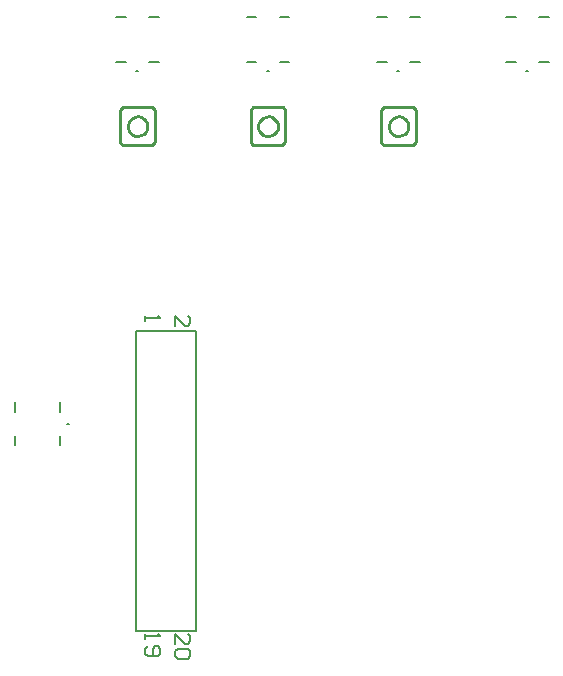
<source format=gto>
G04*
G04 #@! TF.GenerationSoftware,Altium Limited,Altium Designer,20.1.7 (139)*
G04*
G04 Layer_Color=65535*
%FSLAX25Y25*%
%MOIN*%
G70*
G04*
G04 #@! TF.SameCoordinates,B477E5EB-4298-4D0D-9682-CB7A6047EE2C*
G04*
G04*
G04 #@! TF.FilePolarity,Positive*
G04*
G01*
G75*
%ADD10C,0.00787*%
%ADD11C,0.01000*%
%ADD12C,0.00800*%
D10*
X784276Y518185D02*
X783488D01*
X784276D01*
X697276D02*
X696488D01*
X697276D01*
X827276D02*
X826488D01*
X827276D01*
X740776D02*
X739988D01*
X740776D01*
X674209Y400382D02*
X673421D01*
X674209D01*
X787937Y535980D02*
X791087D01*
X776913D02*
X780063D01*
X787937Y520980D02*
X791087D01*
X776913D02*
X780063D01*
X700937Y535980D02*
X704087D01*
X689913D02*
X693063D01*
X700937Y520980D02*
X704087D01*
X689913D02*
X693063D01*
X830937Y535980D02*
X834087D01*
X819913D02*
X823063D01*
X830937Y520980D02*
X834087D01*
X819913D02*
X823063D01*
X744437Y535980D02*
X747587D01*
X733413D02*
X736563D01*
X744437Y520980D02*
X747587D01*
X733413D02*
X736563D01*
X656020Y404437D02*
Y407587D01*
Y393413D02*
Y396563D01*
X671020Y404437D02*
Y407587D01*
Y393413D02*
Y396563D01*
X696500Y331500D02*
X716500D01*
X696500Y424000D02*
Y431500D01*
X716500D01*
Y424000D02*
Y431500D01*
Y331500D02*
Y424000D01*
X696500Y331500D02*
Y424000D01*
D11*
X787307Y499650D02*
X787160Y500623D01*
X786734Y501509D01*
X786065Y502230D01*
X785213Y502722D01*
X784254Y502941D01*
X783273Y502867D01*
X782357Y502508D01*
X781588Y501895D01*
X781034Y501082D01*
X780744Y500142D01*
Y499158D01*
X781034Y498218D01*
X781588Y497405D01*
X782357Y496792D01*
X783273Y496433D01*
X784254Y496359D01*
X785213Y496578D01*
X786065Y497070D01*
X786734Y497791D01*
X787160Y498677D01*
X787307Y499650D01*
X700307D02*
X700161Y500623D01*
X699734Y501509D01*
X699065Y502230D01*
X698213Y502722D01*
X697254Y502941D01*
X696273Y502867D01*
X695357Y502508D01*
X694588Y501895D01*
X694034Y501082D01*
X693744Y500142D01*
Y499158D01*
X694034Y498218D01*
X694588Y497405D01*
X695357Y496792D01*
X696273Y496433D01*
X697254Y496359D01*
X698213Y496578D01*
X699065Y497070D01*
X699734Y497791D01*
X700161Y498677D01*
X700307Y499650D01*
X743807D02*
X743660Y500623D01*
X743234Y501509D01*
X742565Y502230D01*
X741713Y502722D01*
X740754Y502941D01*
X739773Y502867D01*
X738857Y502508D01*
X738088Y501895D01*
X737534Y501082D01*
X737244Y500142D01*
Y499158D01*
X737534Y498218D01*
X738088Y497405D01*
X738857Y496792D01*
X739773Y496433D01*
X740754Y496359D01*
X741713Y496578D01*
X742565Y497070D01*
X743234Y497791D01*
X743660Y498677D01*
X743807Y499650D01*
X778207Y494150D02*
Y505150D01*
Y494150D02*
X779107Y493250D01*
X788707D01*
X789793Y494336D01*
Y505164D01*
X779057Y506000D02*
X788957D01*
X789793Y505164D01*
X778207Y505150D02*
X779057Y506000D01*
X691207Y494150D02*
Y505150D01*
Y494150D02*
X692107Y493250D01*
X701707D01*
X702793Y494336D01*
Y505164D01*
X692057Y506000D02*
X701957D01*
X702793Y505164D01*
X691207Y505150D02*
X692057Y506000D01*
X734707Y494150D02*
Y505150D01*
Y494150D02*
X735607Y493250D01*
X745207D01*
X746293Y494336D01*
Y505164D01*
X735557Y506000D02*
X745457D01*
X746293Y505164D01*
X734707Y505150D02*
X735557Y506000D01*
D12*
X709500Y327168D02*
Y330500D01*
X712832Y327168D01*
X713665D01*
X714498Y328001D01*
Y329667D01*
X713665Y330500D01*
Y325502D02*
X714498Y324669D01*
Y323002D01*
X713665Y322169D01*
X710333D01*
X709500Y323002D01*
Y324669D01*
X710333Y325502D01*
X713665D01*
X699500Y330500D02*
Y328834D01*
Y329667D01*
X704498D01*
X703665Y330500D01*
X700333Y326335D02*
X699500Y325502D01*
Y323835D01*
X700333Y323002D01*
X703665D01*
X704498Y323835D01*
Y325502D01*
X703665Y326335D01*
X702832D01*
X701999Y325502D01*
Y323002D01*
X699500Y436500D02*
Y434834D01*
Y435667D01*
X704498D01*
X703665Y436500D01*
X709500Y433168D02*
Y436500D01*
X712832Y433168D01*
X713665D01*
X714498Y434001D01*
Y435667D01*
X713665Y436500D01*
M02*

</source>
